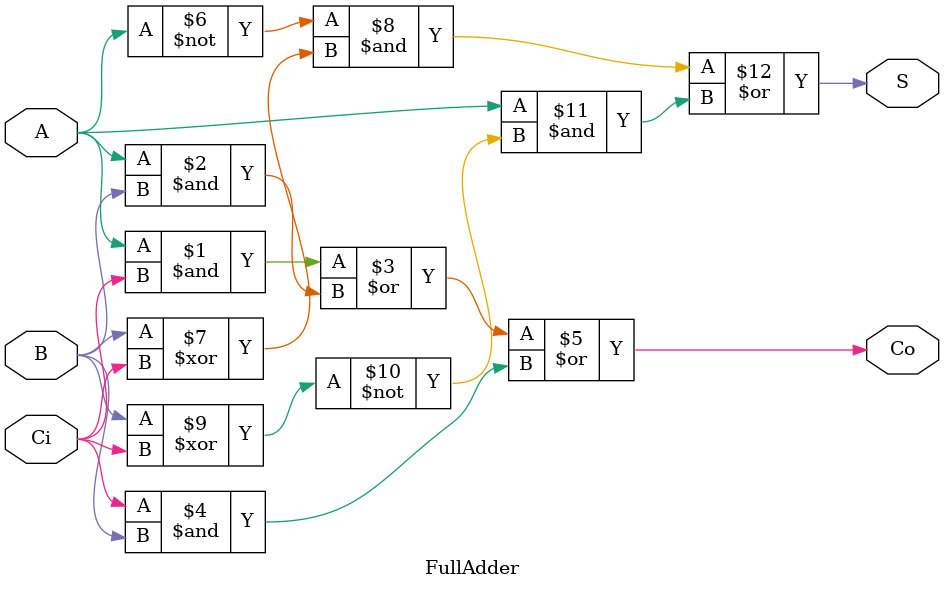
<source format=sv>
`timescale 1ns / 1ps


module FullAdder(
    input A,
    input B,
    input Ci,
    output Co,
    output S
    );
    
    assign Co = (A & Ci) | (A & B) | (Ci & B);
    assign S = ~A&(B^Ci) | A&~(B^Ci);
endmodule

</source>
